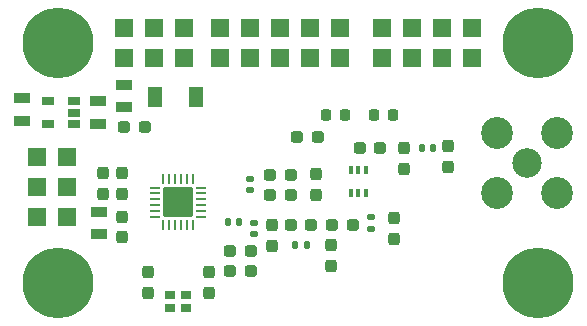
<source format=gbr>
%TF.GenerationSoftware,KiCad,Pcbnew,7.0.5.1-1-g8f565ef7f0-dirty-deb11*%
%TF.CreationDate,2023-07-20T10:59:08+00:00*%
%TF.ProjectId,ISM02,49534d30-322e-46b6-9963-61645f706362,rev?*%
%TF.SameCoordinates,Original*%
%TF.FileFunction,Soldermask,Bot*%
%TF.FilePolarity,Negative*%
%FSLAX46Y46*%
G04 Gerber Fmt 4.6, Leading zero omitted, Abs format (unit mm)*
G04 Created by KiCad (PCBNEW 7.0.5.1-1-g8f565ef7f0-dirty-deb11) date 2023-07-20 10:59:08*
%MOMM*%
%LPD*%
G01*
G04 APERTURE LIST*
G04 Aperture macros list*
%AMRoundRect*
0 Rectangle with rounded corners*
0 $1 Rounding radius*
0 $2 $3 $4 $5 $6 $7 $8 $9 X,Y pos of 4 corners*
0 Add a 4 corners polygon primitive as box body*
4,1,4,$2,$3,$4,$5,$6,$7,$8,$9,$2,$3,0*
0 Add four circle primitives for the rounded corners*
1,1,$1+$1,$2,$3*
1,1,$1+$1,$4,$5*
1,1,$1+$1,$6,$7*
1,1,$1+$1,$8,$9*
0 Add four rect primitives between the rounded corners*
20,1,$1+$1,$2,$3,$4,$5,0*
20,1,$1+$1,$4,$5,$6,$7,0*
20,1,$1+$1,$6,$7,$8,$9,0*
20,1,$1+$1,$8,$9,$2,$3,0*%
G04 Aperture macros list end*
%ADD10C,6.000000*%
%ADD11R,1.524000X1.524000*%
%ADD12C,2.500000*%
%ADD13C,2.700000*%
%ADD14RoundRect,0.237500X0.237500X-0.287500X0.237500X0.287500X-0.237500X0.287500X-0.237500X-0.287500X0*%
%ADD15RoundRect,0.237500X0.287500X0.237500X-0.287500X0.237500X-0.287500X-0.237500X0.287500X-0.237500X0*%
%ADD16RoundRect,0.237500X-0.287500X-0.237500X0.287500X-0.237500X0.287500X0.237500X-0.287500X0.237500X0*%
%ADD17R,0.850000X0.750000*%
%ADD18RoundRect,0.062500X0.062500X-0.350000X0.062500X0.350000X-0.062500X0.350000X-0.062500X-0.350000X0*%
%ADD19RoundRect,0.062500X0.350000X-0.062500X0.350000X0.062500X-0.350000X0.062500X-0.350000X-0.062500X0*%
%ADD20RoundRect,0.250000X1.050000X-1.050000X1.050000X1.050000X-1.050000X1.050000X-1.050000X-1.050000X0*%
%ADD21RoundRect,0.218750X-0.218750X-0.256250X0.218750X-0.256250X0.218750X0.256250X-0.218750X0.256250X0*%
%ADD22RoundRect,0.147500X-0.172500X0.147500X-0.172500X-0.147500X0.172500X-0.147500X0.172500X0.147500X0*%
%ADD23RoundRect,0.147500X-0.147500X-0.172500X0.147500X-0.172500X0.147500X0.172500X-0.147500X0.172500X0*%
%ADD24R,1.397000X0.889000*%
%ADD25RoundRect,0.147500X0.172500X-0.147500X0.172500X0.147500X-0.172500X0.147500X-0.172500X-0.147500X0*%
%ADD26RoundRect,0.237500X-0.237500X0.287500X-0.237500X-0.287500X0.237500X-0.287500X0.237500X0.287500X0*%
%ADD27R,1.300000X1.700000*%
%ADD28R,1.060000X0.650000*%
%ADD29R,0.400000X0.650000*%
%ADD30RoundRect,0.218750X0.218750X0.256250X-0.218750X0.256250X-0.218750X-0.256250X0.218750X-0.256250X0*%
G04 APERTURE END LIST*
D10*
%TO.C,M2*%
X139700000Y-104140000D03*
%TD*%
%TO.C,M3*%
X180340000Y-124460000D03*
%TD*%
D11*
%TO.C,J2*%
X137922000Y-118872000D03*
X140462000Y-118872000D03*
%TD*%
%TO.C,J5*%
X167102000Y-105410000D03*
X167102000Y-102870000D03*
%TD*%
%TO.C,J4*%
X172202000Y-105410000D03*
X172202000Y-102870000D03*
%TD*%
%TO.C,J3*%
X163596000Y-105410000D03*
X163596000Y-102870000D03*
%TD*%
D12*
%TO.C,J12*%
X179374800Y-114300000D03*
D13*
X176834800Y-116840000D03*
X181914800Y-116840000D03*
X176834800Y-111760000D03*
X181914800Y-111760000D03*
%TD*%
D11*
%TO.C,J10*%
X153396000Y-105410000D03*
X153396000Y-102870000D03*
%TD*%
%TO.C,J7*%
X174752000Y-105410000D03*
X174752000Y-102870000D03*
%TD*%
%TO.C,J9*%
X155946000Y-105410000D03*
X155946000Y-102870000D03*
%TD*%
%TO.C,J8*%
X158496000Y-105410000D03*
X158496000Y-102870000D03*
%TD*%
%TO.C,J11*%
X161046000Y-105410000D03*
X161046000Y-102870000D03*
%TD*%
%TO.C,J6*%
X169652000Y-105410000D03*
X169652000Y-102870000D03*
%TD*%
D10*
%TO.C,M1*%
X180340000Y-104140000D03*
%TD*%
D11*
%TO.C,J1*%
X145288000Y-105410000D03*
X145288000Y-102870000D03*
X147828000Y-105410000D03*
X147828000Y-102870000D03*
X150368000Y-105410000D03*
X150368000Y-102870000D03*
%TD*%
D10*
%TO.C,M4*%
X139700000Y-124460000D03*
%TD*%
D11*
%TO.C,J15*%
X137922000Y-113792000D03*
X140462000Y-113792000D03*
%TD*%
%TO.C,J13*%
X137922000Y-116332000D03*
X140462000Y-116332000D03*
%TD*%
D14*
%TO.C,C19*%
X168949600Y-114805000D03*
X168949600Y-113055000D03*
%TD*%
D15*
%TO.C,C18*%
X161671000Y-112141000D03*
X159921000Y-112141000D03*
%TD*%
D14*
%TO.C,C12*%
X161558000Y-117021000D03*
X161558000Y-115271000D03*
%TD*%
%TO.C,C22*%
X172720000Y-114667000D03*
X172720000Y-112917000D03*
%TD*%
%TO.C,C4*%
X145058000Y-120621000D03*
X145058000Y-118871000D03*
%TD*%
%TO.C,C5*%
X143458000Y-116921000D03*
X143458000Y-115171000D03*
%TD*%
%TO.C,C1*%
X152458000Y-125335000D03*
X152458000Y-123585000D03*
%TD*%
%TO.C,C3*%
X147258000Y-125335000D03*
X147258000Y-123585000D03*
%TD*%
D15*
%TO.C,C10*%
X159385000Y-117046000D03*
X157635000Y-117046000D03*
%TD*%
D14*
%TO.C,C6*%
X145058000Y-116921000D03*
X145058000Y-115171000D03*
%TD*%
D16*
%TO.C,C8*%
X157635000Y-115316000D03*
X159385000Y-115316000D03*
%TD*%
D17*
%TO.C,Y1*%
X150533000Y-126585000D03*
X149183000Y-126585000D03*
X149183000Y-125535000D03*
X150533000Y-125535000D03*
%TD*%
D18*
%TO.C,U1*%
X151108000Y-119583500D03*
X150608000Y-119583500D03*
X150108000Y-119583500D03*
X149608000Y-119583500D03*
X149108000Y-119583500D03*
X148608000Y-119583500D03*
D19*
X147920500Y-118896000D03*
X147920500Y-118396000D03*
X147920500Y-117896000D03*
X147920500Y-117396000D03*
X147920500Y-116896000D03*
X147920500Y-116396000D03*
D18*
X148608000Y-115708500D03*
X149108000Y-115708500D03*
X149608000Y-115708500D03*
X150108000Y-115708500D03*
X150608000Y-115708500D03*
X151108000Y-115708500D03*
D19*
X151795500Y-116396000D03*
X151795500Y-116896000D03*
X151795500Y-117396000D03*
X151795500Y-117896000D03*
X151795500Y-118396000D03*
X151795500Y-118896000D03*
D20*
X149858000Y-117646000D03*
%TD*%
D21*
%TO.C,R1*%
X166446000Y-110236000D03*
X168021000Y-110236000D03*
%TD*%
D22*
%TO.C,L2*%
X155970000Y-115661000D03*
X155970000Y-116631000D03*
%TD*%
D23*
%TO.C,L7*%
X170464600Y-113030000D03*
X171434600Y-113030000D03*
%TD*%
D24*
%TO.C,L1*%
X143158000Y-120332500D03*
X143158000Y-118427500D03*
%TD*%
D25*
%TO.C,L4*%
X156258000Y-120331000D03*
X156258000Y-119361000D03*
%TD*%
%TO.C,L6*%
X166217600Y-119865000D03*
X166217600Y-118895000D03*
%TD*%
D23*
%TO.C,L5*%
X159773000Y-121246000D03*
X160743000Y-121246000D03*
%TD*%
D15*
%TO.C,C13*%
X161133000Y-119546000D03*
X159383000Y-119546000D03*
%TD*%
D26*
%TO.C,C16*%
X168148000Y-119013000D03*
X168148000Y-120763000D03*
%TD*%
D15*
%TO.C,C17*%
X166979600Y-113030000D03*
X165229600Y-113030000D03*
%TD*%
D26*
%TO.C,C14*%
X162758000Y-121285000D03*
X162758000Y-123035000D03*
%TD*%
%TO.C,C11*%
X157758000Y-119571000D03*
X157758000Y-121321000D03*
%TD*%
D15*
%TO.C,C15*%
X164614800Y-119532400D03*
X162864800Y-119532400D03*
%TD*%
%TO.C,C9*%
X156008000Y-121746000D03*
X154258000Y-121746000D03*
%TD*%
%TO.C,C7*%
X156008000Y-123446000D03*
X154258000Y-123446000D03*
%TD*%
D23*
%TO.C,L3*%
X154073000Y-119346000D03*
X155043000Y-119346000D03*
%TD*%
D16*
%TO.C,C2*%
X145263000Y-111252000D03*
X147013000Y-111252000D03*
%TD*%
D27*
%TO.C,D1*%
X147884000Y-108712000D03*
X151384000Y-108712000D03*
%TD*%
D28*
%TO.C,U2*%
X141038000Y-109102000D03*
X141038000Y-110052000D03*
X141038000Y-111002000D03*
X138838000Y-111002000D03*
X138838000Y-109102000D03*
%TD*%
D24*
%TO.C,C24*%
X136652000Y-110744000D03*
X136652000Y-108839000D03*
%TD*%
%TO.C,C21*%
X143038000Y-109099500D03*
X143038000Y-111004500D03*
%TD*%
%TO.C,C25*%
X145288000Y-109601000D03*
X145288000Y-107696000D03*
%TD*%
D29*
%TO.C,U3*%
X165750000Y-116836000D03*
X165100000Y-116836000D03*
X164450000Y-116836000D03*
X164450000Y-114936000D03*
X165100000Y-114936000D03*
X165750000Y-114936000D03*
%TD*%
D30*
%TO.C,R2*%
X163957000Y-110236000D03*
X162382000Y-110236000D03*
%TD*%
M02*

</source>
